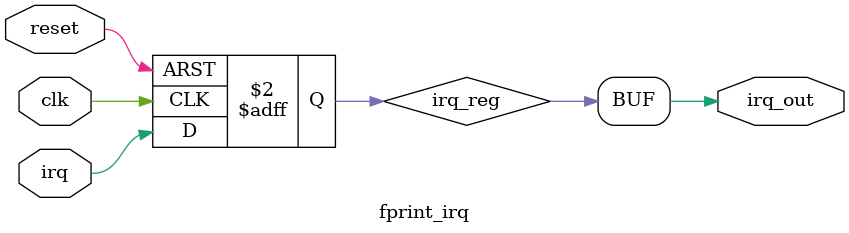
<source format=v>
`timescale 1 ps / 1 ps

module fprint_irq (
		input clk,
		input reset,
		output wire irq_out,
		input wire irq
	);
	
	reg irq_reg;
	
	always @ (posedge clk or posedge reset)begin
		if(reset)
			irq_reg = 0;
		else
			irq_reg = irq;
	end
	
	assign irq_out = irq_reg;
	
endmodule

</source>
